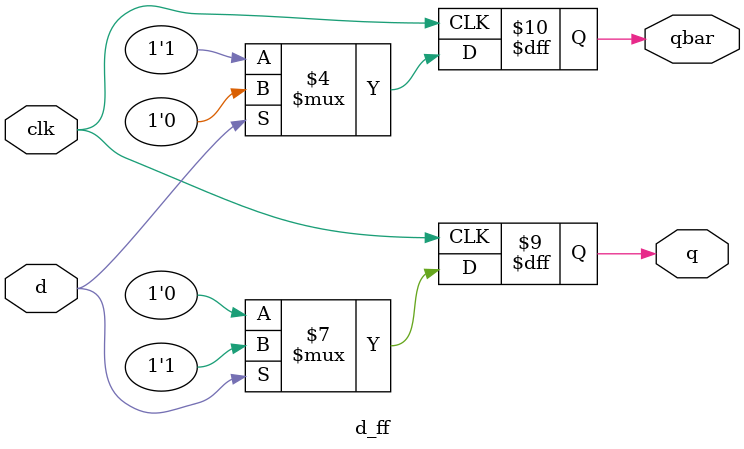
<source format=v>
module d_ff(
    clk, d, q, qbar
);

input clk, d;
output reg q, qbar;

always @(posedge clk) begin
    if(d == 1)
        begin
            q <= 1;
            qbar <= 0;
        end
    else
        begin
            q <= 0;
            qbar <= 1;
        end
end

endmodule
</source>
